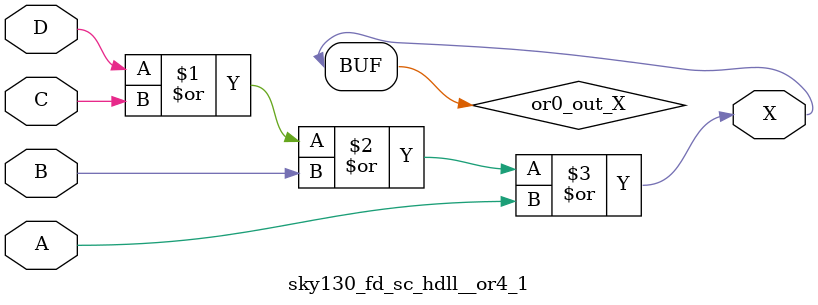
<source format=v>
/*
 * Copyright 2020 The SkyWater PDK Authors
 *
 * Licensed under the Apache License, Version 2.0 (the "License");
 * you may not use this file except in compliance with the License.
 * You may obtain a copy of the License at
 *
 *     https://www.apache.org/licenses/LICENSE-2.0
 *
 * Unless required by applicable law or agreed to in writing, software
 * distributed under the License is distributed on an "AS IS" BASIS,
 * WITHOUT WARRANTIES OR CONDITIONS OF ANY KIND, either express or implied.
 * See the License for the specific language governing permissions and
 * limitations under the License.
 *
 * SPDX-License-Identifier: Apache-2.0
*/


`ifndef SKY130_FD_SC_HDLL__OR4_1_FUNCTIONAL_V
`define SKY130_FD_SC_HDLL__OR4_1_FUNCTIONAL_V

/**
 * or4: 4-input OR.
 *
 * Verilog simulation functional model.
 */

`timescale 1ns / 1ps
`default_nettype none

`celldefine
module sky130_fd_sc_hdll__or4_1 (
    X,
    A,
    B,
    C,
    D
);

    // Module ports
    output X;
    input  A;
    input  B;
    input  C;
    input  D;

    // Local signals
    wire or0_out_X;

    //  Name  Output     Other arguments
    or  or0  (or0_out_X, D, C, B, A     );
    buf buf0 (X        , or0_out_X      );

endmodule
`endcelldefine

`default_nettype wire
`endif  // SKY130_FD_SC_HDLL__OR4_1_FUNCTIONAL_V

</source>
